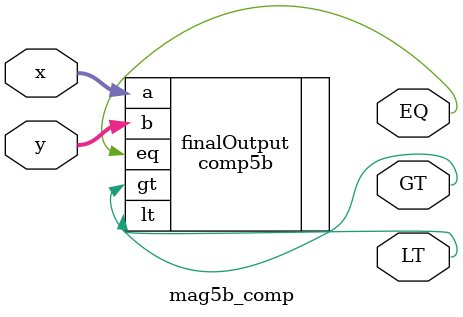
<source format=v>
`timescale 1ns / 1ps



module rca_5b(
    input [n-1:0] a,
    input [n-1:0] b,
    input cin,
    output reg [n-1:0] sum,
    output reg co
    );
	
    parameter n = 5;
	
    reg [n:0] tmp_sum;  
    
    always @(a,b,cin)
    begin
       {co,sum} = a + b + cin;    
    end
    
endmodule







module mux_2t1_a(SEL, D1, D2, F); 
    
    input  SEL;
   input  [4:0] D1;
   input [4:0] D2; 
    output reg [4:0] F; 

  always @(SEL,D1,D2)

   begin
      if      (SEL == 0)  F = D1; //twos complement x 
      else if (SEL == 1)  F = D2; //else output x
      else                F = 5'b00000;
   end
           

endmodule






module comp_5b(a, b, eq, lt, gt);

    input  [4:0] a, b;

    output reg eq, lt, gt;

    always @ (a,b)

    begin     

       if (a == b)
       begin    
          eq = 1; lt = 0;  gt = 0;  
       end
       else if (a > b)  
       begin    
          eq = 0; lt = 0;  gt = 1;
       end
       else if (a < b) 
       begin    
          eq = 0; lt = 1;  gt = 0;
       end
       else
       begin    
          eq = 0; lt = 0;  gt = 0;
       end 
    end
endmodule







module mag5b_comp(
    input [4:0] x,
    input [4:0] y,
    output GT,
    output EQ,
    output LT
    );
    
    parameter oneS = 5'b00001;
   
   //wire nor_output_SELX, nor_output_SELY;
    //for output of rca
    wire x_bar, y_bar;
    //for output of mux
    wire choose_x_OR_x_bar, choose_y_OR_y_bar;
    
    
   //nor_output_SELX == ~( x[4] | 0);
    //nor_output_SELY == ~( y[4] | 0);
   
//x_bar = twoComp_x
rca_5b twoComp_x( .a(x),
                .b(oneS),
               .cin(0),
               .sum(x_bar),
               .cout(0) //0 because were not using it
                  

);

//y_bar = twoComp_y
rca_5b twoComp_y( .a(y),
                .b(oneS),
                 .cin(0),
                  .sum(y_bar),
                  .cout(0) //because were not using it

);

//choose_x_OR_x_bar = X_MUX
mux_2t1_a X_MUX( .SEL(~( x[4] | 0)), //from nor gate output
                  .D1(x), //just x by itself
                   .D2(x_bar), //from rca output 
                   .F(choose_x_OR_x_bar)



);

//choose_y_OR_y_bar = y_MUX
mux_2t1_a Y_MUX( .SEL(~( y[4] | 0)), //from nor gate output
                  .D1(y), //just y by itself
                   .D2(y_bar), //from rca output 
                   .F(choose_y_OR_y_bar)



);

//finalOuput = { EQ, LT, GT}
comp5b finalOutput(
                    .a(x), //choose_x_OR_x_bar
                     .b(y), //choose_y_OR_y_bar
                     .eq(EQ), //EQ final
                     .lt(LT), //LT final
                      .gt(GT) //GT final
                );






endmodule




</source>
